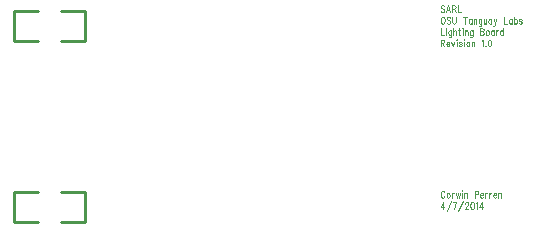
<source format=gto>
*
*
G04 PADS 9.3.1 Build Number: 456998 generated Gerber (RS-274-X) file*
G04 PC Version=2.1*
*
%IN "Lighting.pcb"*%
*
%MOIN*%
*
%FSLAX35Y35*%
*
*
*
*
G04 PC Standard Apertures*
*
*
G04 Thermal Relief Aperture macro.*
%AMTER*
1,1,$1,0,0*
1,0,$1-$2,0,0*
21,0,$3,$4,0,0,45*
21,0,$3,$4,0,0,135*
%
*
*
G04 Annular Aperture macro.*
%AMANN*
1,1,$1,0,0*
1,0,$2,0,0*
%
*
*
G04 Odd Aperture macro.*
%AMODD*
1,1,$1,0,0*
1,0,$1-0.005,0,0*
%
*
*
G04 PC Custom Aperture Macros*
*
*
*
*
*
*
G04 PC Aperture Table*
*
%ADD010C,0.001*%
%ADD011C,0.01*%
%ADD193C,0.003*%
*
*
*
*
G04 PC Circuitry*
G04 Layer Name Lighting.pcb - circuitry*
%LPD*%
*
*
G04 PC Custom Flashes*
G04 Layer Name Lighting.pcb - flashes*
%LPD*%
*
*
G04 PC Circuitry*
G04 Layer Name Lighting.pcb - circuitry*
%LPD*%
*
G54D10*
G54D11*
G01X11368Y75551D02*
X3318D01*
Y65551*
X11368*
X18868Y75551D02*
X26918D01*
Y65551*
X18868*
X11368Y15079D02*
X3318D01*
Y5079*
X11368*
X18868Y15079D02*
X26918D01*
Y5079*
X18868*
G54D193*
X145989Y73478D02*
X145830Y73369D01*
X145671Y73150*
X145591Y72931*
X145512Y72603*
Y72056*
X145591Y71728*
X145671Y71509*
X145830Y71290*
X145989Y71181*
X146307*
X146466Y71290*
X146625Y71509*
X146705Y71728*
X146785Y72056*
Y72603*
X146705Y72931*
X146625Y73150*
X146466Y73369*
X146307Y73478*
X145989*
X148614Y73150D02*
X148455Y73369D01*
X148216Y73478*
X147898*
X147660Y73369*
X147500Y73150*
Y72931*
X147580Y72712*
X147660Y72603*
X147819Y72494*
X148296Y72275*
X148455Y72165*
X148535Y72056*
X148614Y71837*
Y71509*
X148455Y71290*
X148216Y71181*
X147898*
X147660Y71290*
X147500Y71509*
X149330Y73478D02*
Y71837D01*
X149410Y71509*
X149569Y71290*
X149807Y71181*
X149966*
X150205Y71290*
X150364Y71509*
X150444Y71837*
Y73478*
X153546D02*
Y71181D01*
X152989Y73478D02*
X154103D01*
X155773Y72712D02*
Y71181D01*
Y72384D02*
X155614Y72603D01*
X155455Y72712*
X155216*
X155057Y72603*
X154898Y72384*
X154819Y72056*
Y71837*
X154898Y71509*
X155057Y71290*
X155216Y71181*
X155455*
X155614Y71290*
X155773Y71509*
X156489Y72712D02*
Y71181D01*
Y72275D02*
X156728Y72603D01*
X156887Y72712*
X157125*
X157285Y72603*
X157364Y72275*
Y71181*
X159035Y72712D02*
Y70962D01*
X158955Y70634*
X158875Y70525*
X158716Y70415*
X158478*
X158319Y70525*
X159035Y72384D02*
X158875Y72603D01*
X158716Y72712*
X158478*
X158319Y72603*
X158160Y72384*
X158080Y72056*
Y71837*
X158160Y71509*
X158319Y71290*
X158478Y71181*
X158716*
X158875Y71290*
X159035Y71509*
X159750Y72712D02*
Y71619D01*
X159830Y71290*
X159989Y71181*
X160228*
X160387Y71290*
X160625Y71619*
Y72712D02*
Y71181D01*
X162296Y72712D02*
Y71181D01*
Y72384D02*
X162137Y72603D01*
X161978Y72712*
X161739*
X161580Y72603*
X161421Y72384*
X161341Y72056*
Y71837*
X161421Y71509*
X161580Y71290*
X161739Y71181*
X161978*
X162137Y71290*
X162296Y71509*
X163091Y72712D02*
X163569Y71181D01*
X164046Y72712D02*
X163569Y71181D01*
X163410Y70744*
X163250Y70525*
X163091Y70415*
X163012*
X166591Y73478D02*
Y71181D01*
X167546*
X169216Y72712D02*
Y71181D01*
Y72384D02*
X169057Y72603D01*
X168898Y72712*
X168660*
X168500Y72603*
X168341Y72384*
X168262Y72056*
Y71837*
X168341Y71509*
X168500Y71290*
X168660Y71181*
X168898*
X169057Y71290*
X169216Y71509*
X169932Y73478D02*
Y71181D01*
Y72384D02*
X170091Y72603D01*
X170250Y72712*
X170489*
X170648Y72603*
X170807Y72384*
X170887Y72056*
Y71837*
X170807Y71509*
X170648Y71290*
X170489Y71181*
X170250*
X170091Y71290*
X169932Y71509*
X172478Y72384D02*
X172398Y72603D01*
X172160Y72712*
X171921*
X171682Y72603*
X171603Y72384*
X171682Y72165*
X171841Y72056*
X172239Y71947*
X172398Y71837*
X172478Y71619*
Y71509*
X172398Y71290*
X172160Y71181*
X171921*
X171682Y71290*
X171603Y71509*
X146625Y76929D02*
X146466Y77148D01*
X146228Y77258*
X145910*
X145671Y77148*
X145512Y76929*
Y76711*
X145591Y76492*
X145671Y76383*
X145830Y76273*
X146307Y76054*
X146466Y75945*
X146546Y75836*
X146625Y75617*
Y75289*
X146466Y75070*
X146228Y74961*
X145910*
X145671Y75070*
X145512Y75289*
X147978Y77258D02*
X147341Y74961D01*
X147978Y77258D02*
X148614Y74961D01*
X147580Y75726D02*
X148375D01*
X149330Y77258D02*
Y74961D01*
Y77258D02*
X150046D01*
X150285Y77148*
X150364Y77039*
X150444Y76820*
Y76601*
X150364Y76383*
X150285Y76273*
X150046Y76164*
X149330*
X149887D02*
X150444Y74961D01*
X151160Y77258D02*
Y74961D01*
X152114*
X145512Y69698D02*
Y67402D01*
X146466*
X147182Y69698D02*
X147262Y69589D01*
X147341Y69698*
X147262Y69808*
X147182Y69698*
X147262Y68933D02*
Y67402D01*
X149012Y68933D02*
Y67183D01*
X148932Y66855*
X148853Y66745*
X148694Y66636*
X148455*
X148296Y66745*
X149012Y68605D02*
X148853Y68823D01*
X148694Y68933*
X148455*
X148296Y68823*
X148137Y68605*
X148057Y68277*
Y68058*
X148137Y67730*
X148296Y67511*
X148455Y67402*
X148694*
X148853Y67511*
X149012Y67730*
X149728Y69698D02*
Y67402D01*
Y68495D02*
X149966Y68823D01*
X150125Y68933*
X150364*
X150523Y68823*
X150603Y68495*
Y67402*
X151557Y69698D02*
Y67839D01*
X151637Y67511*
X151796Y67402*
X151955*
X151319Y68933D02*
X151875D01*
X152671Y69698D02*
X152750Y69589D01*
X152830Y69698*
X152750Y69808*
X152671Y69698*
X152750Y68933D02*
Y67402D01*
X153546Y68933D02*
Y67402D01*
Y68495D02*
X153785Y68823D01*
X153944Y68933*
X154182*
X154341Y68823*
X154421Y68495*
Y67402*
X156091Y68933D02*
Y67183D01*
X156012Y66855*
X155932Y66745*
X155773Y66636*
X155535*
X155375Y66745*
X156091Y68605D02*
X155932Y68823D01*
X155773Y68933*
X155535*
X155375Y68823*
X155216Y68605*
X155137Y68277*
Y68058*
X155216Y67730*
X155375Y67511*
X155535Y67402*
X155773*
X155932Y67511*
X156091Y67730*
X158637Y69698D02*
Y67402D01*
Y69698D02*
X159353D01*
X159591Y69589*
X159671Y69480*
X159750Y69261*
Y69042*
X159671Y68823*
X159591Y68714*
X159353Y68605*
X158637D02*
X159353D01*
X159591Y68495*
X159671Y68386*
X159750Y68167*
Y67839*
X159671Y67620*
X159591Y67511*
X159353Y67402*
X158637*
X160864Y68933D02*
X160705Y68823D01*
X160546Y68605*
X160466Y68277*
Y68058*
X160546Y67730*
X160705Y67511*
X160864Y67402*
X161103*
X161262Y67511*
X161421Y67730*
X161500Y68058*
Y68277*
X161421Y68605*
X161262Y68823*
X161103Y68933*
X160864*
X163171D02*
Y67402D01*
Y68605D02*
X163012Y68823D01*
X162853Y68933*
X162614*
X162455Y68823*
X162296Y68605*
X162216Y68277*
Y68058*
X162296Y67730*
X162455Y67511*
X162614Y67402*
X162853*
X163012Y67511*
X163171Y67730*
X163887Y68933D02*
Y67402D01*
Y68277D02*
X163966Y68605D01*
X164125Y68823*
X164285Y68933*
X164523*
X166194Y69698D02*
Y67402D01*
Y68605D02*
X166035Y68823D01*
X165875Y68933*
X165637*
X165478Y68823*
X165319Y68605*
X165239Y68277*
Y68058*
X165319Y67730*
X165478Y67511*
X165637Y67402*
X165875*
X166035Y67511*
X166194Y67730*
X145512Y65919D02*
Y63622D01*
Y65919D02*
X146228D01*
X146466Y65810*
X146546Y65700*
X146625Y65481*
Y65263*
X146546Y65044*
X146466Y64935*
X146228Y64825*
X145512*
X146069D02*
X146625Y63622D01*
X147341Y64497D02*
X148296D01*
Y64716*
X148216Y64935*
X148137Y65044*
X147978Y65153*
X147739*
X147580Y65044*
X147421Y64825*
X147341Y64497*
Y64278*
X147421Y63950*
X147580Y63731*
X147739Y63622*
X147978*
X148137Y63731*
X148296Y63950*
X149012Y65153D02*
X149489Y63622D01*
X149966Y65153D02*
X149489Y63622D01*
X150682Y65919D02*
X150762Y65810D01*
X150841Y65919*
X150762Y66028*
X150682Y65919*
X150762Y65153D02*
Y63622D01*
X152432Y64825D02*
X152353Y65044D01*
X152114Y65153*
X151875*
X151637Y65044*
X151557Y64825*
X151637Y64606*
X151796Y64497*
X152194Y64388*
X152353Y64278*
X152432Y64060*
Y63950*
X152353Y63731*
X152114Y63622*
X151875*
X151637Y63731*
X151557Y63950*
X153148Y65919D02*
X153228Y65810D01*
X153307Y65919*
X153228Y66028*
X153148Y65919*
X153228Y65153D02*
Y63622D01*
X154421Y65153D02*
X154262Y65044D01*
X154103Y64825*
X154023Y64497*
Y64278*
X154103Y63950*
X154262Y63731*
X154421Y63622*
X154660*
X154819Y63731*
X154978Y63950*
X155057Y64278*
Y64497*
X154978Y64825*
X154819Y65044*
X154660Y65153*
X154421*
X155773D02*
Y63622D01*
Y64716D02*
X156012Y65044D01*
X156171Y65153*
X156410*
X156569Y65044*
X156648Y64716*
Y63622*
X159194Y65481D02*
X159353Y65591D01*
X159591Y65919*
Y63622*
X160387Y63841D02*
X160307Y63731D01*
X160387Y63622*
X160466Y63731*
X160387Y63841*
X161660Y65919D02*
X161421Y65810D01*
X161262Y65481*
X161182Y64935*
Y64606*
X161262Y64060*
X161421Y63731*
X161660Y63622*
X161819*
X162057Y63731*
X162216Y64060*
X162296Y64606*
Y64935*
X162216Y65481*
X162057Y65810*
X161819Y65919*
X161660*
X146705Y14978D02*
X146625Y15197D01*
X146466Y15416*
X146307Y15525*
X145989*
X145830Y15416*
X145671Y15197*
X145591Y14978*
X145512Y14650*
Y14103*
X145591Y13775*
X145671Y13556*
X145830Y13338*
X145989Y13228*
X146307*
X146466Y13338*
X146625Y13556*
X146705Y13775*
X147819Y14760D02*
X147660Y14650D01*
X147500Y14431*
X147421Y14103*
Y13885*
X147500Y13556*
X147660Y13338*
X147819Y13228*
X148057*
X148216Y13338*
X148375Y13556*
X148455Y13885*
Y14103*
X148375Y14431*
X148216Y14650*
X148057Y14760*
X147819*
X149171D02*
Y13228D01*
Y14103D02*
X149250Y14431D01*
X149410Y14650*
X149569Y14760*
X149807*
X150523D02*
X150841Y13228D01*
X151160Y14760D02*
X150841Y13228D01*
X151160Y14760D02*
X151478Y13228D01*
X151796Y14760D02*
X151478Y13228D01*
X152512Y15525D02*
X152591Y15416D01*
X152671Y15525*
X152591Y15635*
X152512Y15525*
X152591Y14760D02*
Y13228D01*
X153387Y14760D02*
Y13228D01*
Y14322D02*
X153625Y14650D01*
X153785Y14760*
X154023*
X154182Y14650*
X154262Y14322*
Y13228*
X156807Y15525D02*
Y13228D01*
Y15525D02*
X157523D01*
X157762Y15416*
X157841Y15306*
X157921Y15088*
Y14760*
X157841Y14541*
X157762Y14431*
X157523Y14322*
X156807*
X158637Y14103D02*
X159591D01*
Y14322*
X159512Y14541*
X159432Y14650*
X159273Y14760*
X159035*
X158875Y14650*
X158716Y14431*
X158637Y14103*
Y13885*
X158716Y13556*
X158875Y13338*
X159035Y13228*
X159273*
X159432Y13338*
X159591Y13556*
X160307Y14760D02*
Y13228D01*
Y14103D02*
X160387Y14431D01*
X160546Y14650*
X160705Y14760*
X160944*
X161660D02*
Y13228D01*
Y14103D02*
X161739Y14431D01*
X161898Y14650*
X162057Y14760*
X162296*
X163012Y14103D02*
X163966D01*
Y14322*
X163887Y14541*
X163807Y14650*
X163648Y14760*
X163410*
X163250Y14650*
X163091Y14431*
X163012Y14103*
Y13885*
X163091Y13556*
X163250Y13338*
X163410Y13228*
X163648*
X163807Y13338*
X163966Y13556*
X164682Y14760D02*
Y13228D01*
Y14322D02*
X164921Y14650D01*
X165080Y14760*
X165319*
X165478Y14650*
X165557Y14322*
Y13228*
X146307Y11746D02*
X145512Y10214D01*
X146705*
X146307Y11746D02*
Y9449D01*
X148853Y12183D02*
X147421Y8683D01*
X150682Y11746D02*
X149887Y9449D01*
X149569Y11746D02*
X150682D01*
X152830Y12183D02*
X151398Y8683D01*
X153625Y11199D02*
Y11308D01*
X153705Y11527*
X153785Y11636*
X153944Y11746*
X154262*
X154421Y11636*
X154500Y11527*
X154580Y11308*
Y11089*
X154500Y10871*
X154341Y10543*
X153546Y9449*
X154660*
X155853Y11746D02*
X155614Y11636D01*
X155455Y11308*
X155375Y10761*
Y10433*
X155455Y9886*
X155614Y9558*
X155853Y9449*
X156012*
X156250Y9558*
X156410Y9886*
X156489Y10433*
Y10761*
X156410Y11308*
X156250Y11636*
X156012Y11746*
X155853*
X157205Y11308D02*
X157364Y11418D01*
X157603Y11746*
Y9449*
X159114Y11746D02*
X158319Y10214D01*
X159512*
X159114Y11746D02*
Y9449D01*
X0Y0D02*
M02*

</source>
